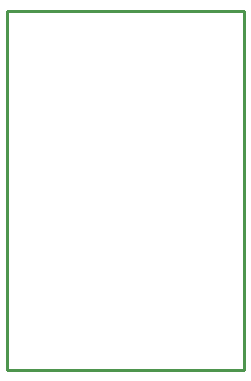
<source format=gbr>
G04 EAGLE Gerber RS-274X export*
G75*
%MOMM*%
%FSLAX34Y34*%
%LPD*%
%IN*%
%IPPOS*%
%AMOC8*
5,1,8,0,0,1.08239X$1,22.5*%
G01*
%ADD10C,0.254000*%


D10*
X0Y0D02*
X199900Y0D01*
X199900Y304700D01*
X0Y304700D01*
X0Y0D01*
M02*

</source>
